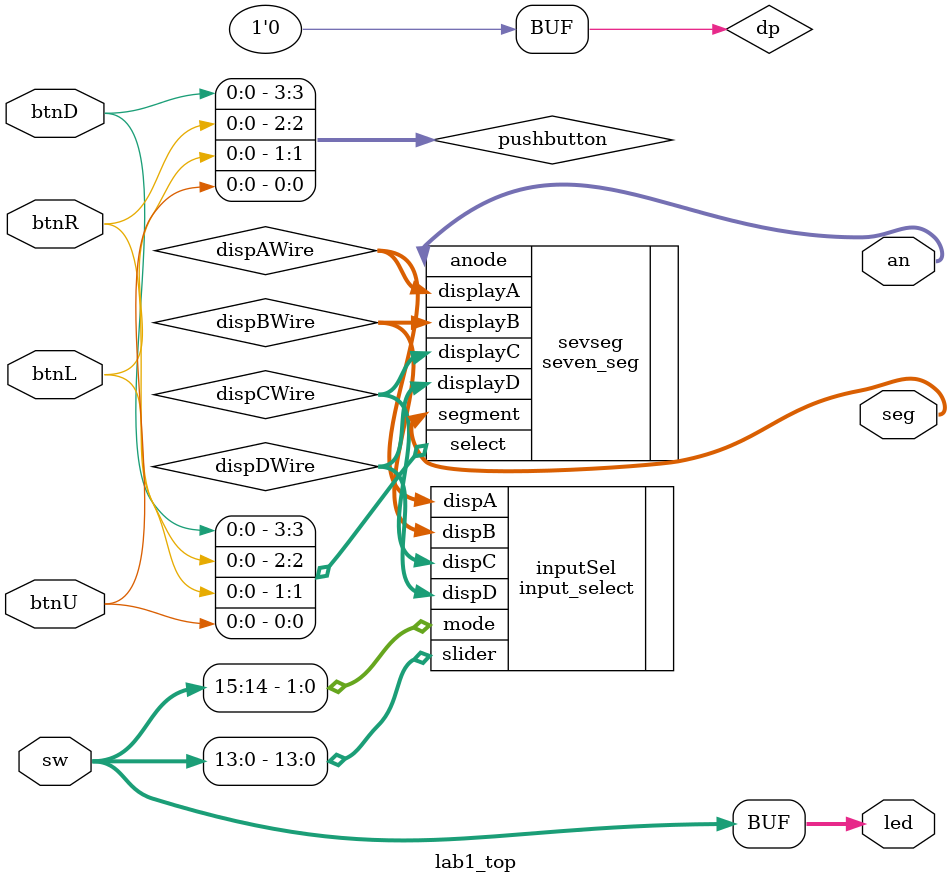
<source format=v>
`timescale 1ns / 1ps


module lab1_top(
    input wire [15:0] sw,        // 16 switches
    output reg [15:0] led,       // 16 LEDs
    input wire btnU,             // Button Up
    input wire btnL,             // Button Left
    input wire btnR,             // Button Right
    input wire btnD,             // Button Down
    output wire [6:0] seg,       // Seven-segment display segments
    output wire [3:0] an         // Anodes for the seven-segment display
    );
    // internal wires
    wire [3:0] pushbutton;
    wire [3:0] dispAWire;
    wire [3:0] dispBWire; 
    wire [3:0] dispCWire;
    wire [3:0] dispDWire;
    
    
    // Assign button signals to the internal pb wire
    assign pushbutton[0] = btnU; //display A
    assign pushbutton[1] = btnL; // display B
    assign pushbutton[2] = btnR; // display C
    assign pushbutton[3] = btnD; //display D
    assign dp = 0;
    
    always @*
    begin
        led = sw;
        
    end
   
  
    
     
// input select submodule
input_select inputSel(
    .mode(sw[15:14]),
    .slider(sw[13:0]),
    .dispA(dispAWire),
    .dispB(dispBWire),
    .dispC(dispCWire),
    .dispD(dispDWire)
);

// seven seg submodule
seven_seg sevseg(
    .displayA(dispAWire),
    .displayB(dispBWire),
    .displayC(dispCWire),
    .displayD(dispDWire),
    .select(pushbutton),
    .segment(seg),
    .anode(an)
);

endmodule

</source>
